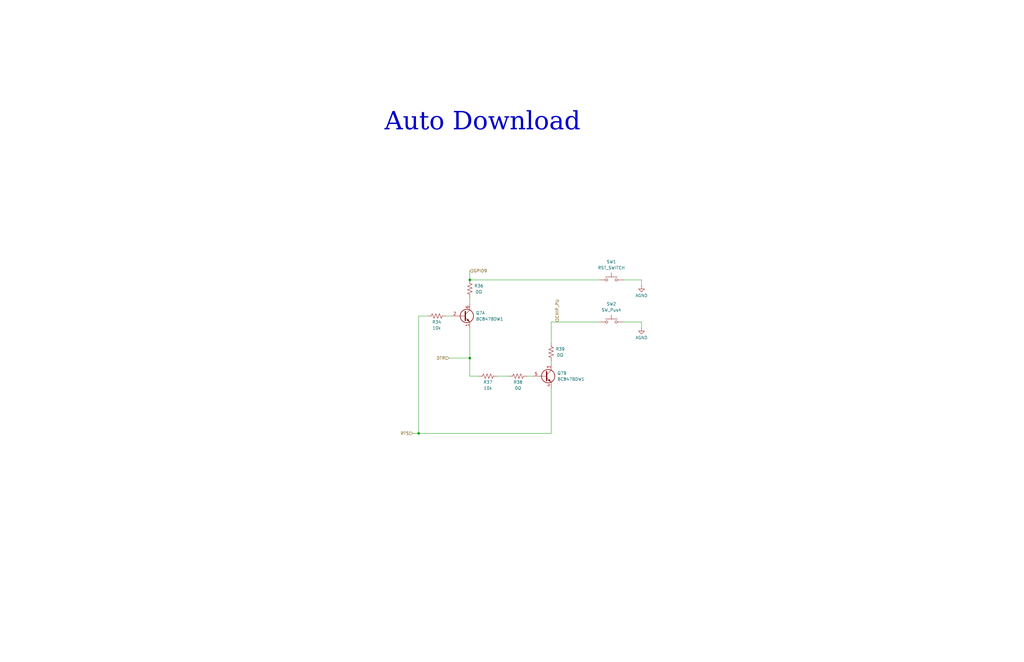
<source format=kicad_sch>
(kicad_sch (version 20231120) (generator "eeschema") (generator_version "8.0")
  (paper "B")
  (title_block (title "SCAN") (date "2025-01-30") (rev "v1.1") (company "Senior Design Group 35"))
  (lib_symbols
    (symbol "Device:R_US" (pin_numbers hide) (pin_names (offset 0))
      (property "Reference" "R" (at 2.54 0 90))
      (property "Value" "R_US" (at -2.54 0 90))
      (symbol "R_US_0_1"
        (polyline (pts (xy 0 -2.286) (xy 0 -2.54)))
        (polyline (pts (xy 0 2.286) (xy 0 2.54)))
        (polyline (pts (xy 0 -0.762) (xy 1.016 -1.143) (xy 0 -1.524) (xy -1.016 -1.905) (xy 0 -2.286)))
        (polyline (pts (xy 0 0.762) (xy 1.016 0.381) (xy 0 0) (xy -1.016 -0.381) (xy 0 -0.762)))
        (polyline (pts (xy 0 2.286) (xy 1.016 1.905) (xy 0 1.524) (xy -1.016 1.143) (xy 0 0.762)))
      )
      (symbol "R_US_1_1"
        (pin passive line (at 0 3.81 270) (length 1.27) (name "~") (number "1"))
        (pin passive line (at 0 -3.81 90) (length 1.27) (name "~") (number "2"))
      )
    )
    (symbol "Switch:SW_Push" (pin_numbers hide) (pin_names (offset 1.016) hide)
      (property "Reference" "SW" (at 1.27 2.54 0))
      (property "Value" "SW_Push" (at 0 -1.524 0))
      (symbol "SW_Push_0_1"
        (circle (center -2.032 0) (radius 0.508))
        (polyline (pts (xy 0 1.27) (xy 0 3.048)))
        (polyline (pts (xy 2.54 1.27) (xy -2.54 1.27)))
        (circle (center 2.032 0) (radius 0.508))
        (pin passive line (at -5.08 0 0) (length 2.54) (name "1") (number "1"))
        (pin passive line (at 5.08 0 180) (length 2.54) (name "2") (number "2"))
      )
    )
    (symbol "Transistor_BJT:BC847BDW1" (pin_names (offset 0) hide)
      (property "Reference" "Q" (at 5.08 1.27 0))
      (property "Value" "BC847BDW1" (at 5.08 -1.27 0))
      (symbol "BC847BDW1_0_1"
        (polyline (pts (xy 0.635 0) (xy -2.54 0)))
        (polyline (pts (xy 0.635 0.635) (xy 2.54 2.54)))
        (polyline (pts (xy 0.635 -0.635) (xy 2.54 -2.54) (xy 2.54 -2.54)))
        (polyline (pts (xy 0.635 1.905) (xy 0.635 -1.905) (xy 0.635 -1.905)) (stroke (width 0.508)))
        (polyline (pts (xy 1.27 -1.778) (xy 1.778 -1.27) (xy 2.286 -2.286) (xy 1.27 -1.778) (xy 1.27 -1.778)) (fill (type outline)))
        (circle (center 1.27 0) (radius 2.8194) (stroke (width 0.254)))
      )
      (symbol "BC847BDW1_1_1"
        (pin passive line (at 2.54 -5.08 90) (length 2.54) (name "E1") (number "1"))
        (pin input line (at -5.08 0 0) (length 2.54) (name "B1") (number "2"))
        (pin passive line (at 2.54 5.08 270) (length 2.54) (name "C1") (number "6"))
      )
      (symbol "BC847BDW1_2_1"
        (pin passive line (at 2.54 5.08 270) (length 2.54) (name "C2") (number "3"))
        (pin passive line (at 2.54 -5.08 90) (length 2.54) (name "E2") (number "4"))
        (pin input line (at -5.08 0 0) (length 2.54) (name "B2") (number "5"))
      )
    )
    (symbol "power:GND" (power) (pin_numbers hide) (pin_names (offset 0) hide)
      (property "Value" "GND" (at 0 -3.81 0))
      (symbol "GND_0_1"
        (polyline (pts (xy 0 0) (xy 0 -1.27) (xy 1.27 -1.27) (xy 0 -2.54) (xy -1.27 -1.27) (xy 0 -1.27)))
      )
      (symbol "GND_1_1"
        (pin power_in line (at 0 0 270) (length 0) (name "~") (number "1"))
      )
    )
  )
  (junction (at 176.53 182.88))
  (junction (at 198.12 118.11))
  (junction (at 198.12 151.13))
  (wire (pts (xy 187.96 133.35) (xy 190.5 133.35)))
  (wire (pts (xy 176.53 133.35) (xy 180.34 133.35)))
  (wire (pts (xy 173.99 182.88) (xy 176.53 182.88)))
  (wire (pts (xy 270.51 118.11) (xy 262.89 118.11)))
  (wire (pts (xy 270.51 120.65) (xy 270.51 118.11)))
  (wire (pts (xy 209.55 158.75) (xy 214.63 158.75)))
  (wire (pts (xy 198.12 125.73) (xy 198.12 128.27)))
  (wire (pts (xy 198.12 114.3) (xy 198.12 118.11)))
  (wire (pts (xy 198.12 151.13) (xy 189.23 151.13)))
  (wire (pts (xy 232.41 163.83) (xy 232.41 182.88)))
  (wire (pts (xy 222.25 158.75) (xy 224.79 158.75)))
  (wire (pts (xy 232.41 152.4) (xy 232.41 153.67)))
  (wire (pts (xy 270.51 138.43) (xy 270.51 135.89)))
  (wire (pts (xy 176.53 182.88) (xy 232.41 182.88)))
  (wire (pts (xy 232.41 144.78) (xy 232.41 135.89)))
  (wire (pts (xy 232.41 135.89) (xy 252.73 135.89)))
  (wire (pts (xy 198.12 138.43) (xy 198.12 151.13)))
  (wire (pts (xy 176.53 133.35) (xy 176.53 182.88)))
  (wire (pts (xy 198.12 118.11) (xy 252.73 118.11)))
  (wire (pts (xy 201.93 158.75) (xy 198.12 158.75)))
  (wire (pts (xy 270.51 135.89) (xy 262.89 135.89)))
  (wire (pts (xy 198.12 158.75) (xy 198.12 151.13)))
  (text "Auto Download" (at 203.454 53.594 0) (effects (font (size 7.62 7.62) (thickness 0.9525))))
  (hierarchical_label "DTR" (shape input) (at 189.23 151.13 180))
  (hierarchical_label "GPIO9" (shape input) (at 198.12 114.3 0))
  (hierarchical_label "RTS" (shape input) (at 173.99 182.88 180))
  (hierarchical_label "CHIP_PU" (shape input) (at 234.95 135.89 90))
  (symbol (lib_id "Transistor_BJT:BC847BDW1") (at 195.58 133.35 0) (unit 1)
    (property "Reference" "Q7" (at 200.66 132.0799 0) (effects (justify left)))
    (property "Value" "BC847BDW1" (at 200.66 134.6199 0) (effects (justify left)))
    (property "Footprint" "Package_TO_SOT_SMD:SOT-363_SC-70-6" (effects (hide yes)))
    (property "Datasheet" "http://www.onsemi.com/pub_link/Collateral/BC846BDW1T1-D.PDF" (effects (hide yes)))
    (property "Description" "100mA IC, 45V Vce, Dual NPN/NPN Transistors, SOT-363" (effects (hide yes)))
  )
  (symbol (lib_id "Switch:SW_Push") (at 257.81 135.89 0) (mirror y) (unit 1)
    (property "Reference" "SW2" (at 257.81 128.27 0))
    (property "Value" "SW_Push" (at 257.81 130.81 0))
    (property "Footprint" "SCAN_footprints:SW_SPST_PTS647_Sx38" (effects (hide yes)))
    (property "Description" "Push button switch, generic, two pins" (effects (hide yes)))
  )
  (symbol (lib_id "Device:R_US") (at 218.44 158.75 90) (unit 1)
    (property "Reference" "R38" (at 218.44 161.29 90))
    (property "Value" "0Ω" (at 218.44 163.83 90))
    (property "Footprint" "Resistor_SMD:R_0805_2012Metric" (effects (hide yes)))
    (property "Description" "1%" (effects (hide yes)))
  )
  (symbol (lib_id "Transistor_BJT:BC847BDW1") (at 229.87 158.75 0) (unit 2)
    (property "Reference" "Q7" (at 234.95 157.4799 0) (effects (justify left)))
    (property "Value" "BC847BDW1" (at 234.95 160.0199 0) (effects (justify left)))
    (property "Footprint" "Package_TO_SOT_SMD:SOT-363_SC-70-6" (effects (hide yes)))
    (property "Datasheet" "http://www.onsemi.com/pub_link/Collateral/BC846BDW1T1-D.PDF" (effects (hide yes)))
    (property "Description" "100mA IC, 45V Vce, Dual NPN/NPN Transistors, SOT-363" (effects (hide yes)))
  )
  (symbol (lib_id "Device:R_US") (at 184.15 133.35 90) (unit 1)
    (property "Reference" "R34" (at 184.15 135.89 90))
    (property "Value" "10k" (at 184.15 138.43 90))
    (property "Footprint" "Resistor_SMD:R_0805_2012Metric" (effects (hide yes)))
    (property "Description" "1%" (effects (hide yes)))
  )
  (symbol (lib_id "Switch:SW_Push") (at 257.81 118.11 0) (mirror y) (unit 1)
    (property "Reference" "SW1" (at 257.81 110.49 0))
    (property "Value" "RST_SWITCH" (at 257.81 113.03 0))
    (property "Footprint" "SCAN_footprints:SW_SPST_PTS647_Sx38" (effects (hide yes)))
    (property "Description" "Push button switch, generic, two pins" (effects (hide yes)))
  )
  (symbol (lib_id "Device:R_US") (at 198.12 121.92 180) (unit 1)
    (property "Reference" "R36" (at 201.93 120.65 0))
    (property "Value" "0Ω" (at 201.93 123.19 0))
    (property "Footprint" "Resistor_SMD:R_0805_2012Metric" (effects (hide yes)))
    (property "Description" "1%" (effects (hide yes)))
  )
  (symbol (lib_id "power:GND") (at 270.51 138.43 0) (mirror y) (unit 1)
    (property "Reference" "#PWR099" (effects (hide yes)))
    (property "Value" "AGND" (at 270.51 142.494 0))
    (property "Description" "Power symbol creates a global label with name \"GND\" , ground" (effects (hide yes)))
  )
  (symbol (lib_id "Device:R_US") (at 232.41 148.59 180) (unit 1)
    (property "Reference" "R39" (at 236.22 147.32 0))
    (property "Value" "0Ω" (at 236.22 149.86 0))
    (property "Footprint" "Resistor_SMD:R_0805_2012Metric" (effects (hide yes)))
    (property "Description" "1%" (effects (hide yes)))
  )
  (symbol (lib_id "Device:R_US") (at 205.74 158.75 90) (unit 1)
    (property "Reference" "R37" (at 205.74 161.29 90))
    (property "Value" "10k" (at 205.74 163.83 90))
    (property "Footprint" "Resistor_SMD:R_0805_2012Metric" (effects (hide yes)))
    (property "Description" "1%" (effects (hide yes)))
  )
  (symbol (lib_id "power:GND") (at 270.51 120.65 0) (mirror y) (unit 1)
    (property "Reference" "#PWR098" (effects (hide yes)))
    (property "Value" "AGND" (at 270.51 124.714 0))
    (property "Description" "Power symbol creates a global label with name \"GND\" , ground" (effects (hide yes)))
  )
)
</source>
